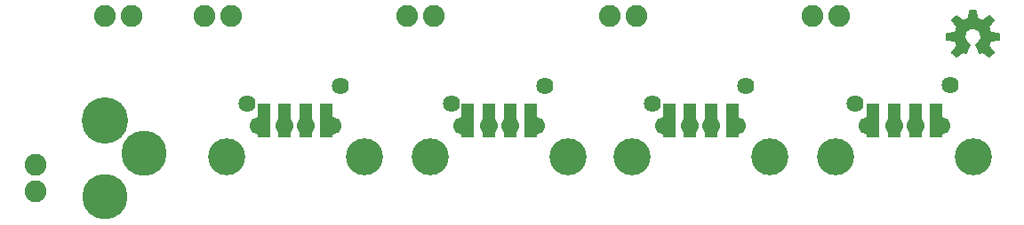
<source format=gbs>
G75*
G70*
%OFA0B0*%
%FSLAX24Y24*%
%IPPOS*%
%LPD*%
%AMOC8*
5,1,8,0,0,1.08239X$1,22.5*
%
%ADD10R,0.0450X0.1300*%
%ADD11C,0.1390*%
%ADD12C,0.1740*%
%ADD13C,0.1700*%
%ADD14C,0.0059*%
%ADD15C,0.0820*%
%ADD16C,0.0640*%
%ADD17C,0.0671*%
D10*
X010125Y005960D03*
X010905Y005960D03*
X011695Y005960D03*
X012475Y005970D03*
X017775Y005960D03*
X018555Y005960D03*
X019345Y005960D03*
X020135Y005960D03*
X025325Y005960D03*
X026105Y005960D03*
X026895Y005960D03*
X027685Y005960D03*
X032975Y005960D03*
X033755Y005960D03*
X034545Y005960D03*
X035335Y005960D03*
D11*
X036735Y004600D03*
X031565Y004600D03*
X029085Y004600D03*
X023915Y004600D03*
X021535Y004600D03*
X016365Y004600D03*
X013885Y004600D03*
X008715Y004600D03*
D12*
X004150Y005964D03*
D13*
X004160Y003081D03*
X005631Y004713D03*
D14*
X035733Y009001D02*
X035733Y009241D01*
X036050Y009273D01*
X036084Y009380D01*
X036136Y009480D01*
X035934Y009727D01*
X036103Y009897D01*
X036351Y009695D01*
X036451Y009746D01*
X036557Y009781D01*
X036589Y010098D01*
X036829Y010098D01*
X036862Y009781D01*
X036968Y009746D01*
X037068Y009695D01*
X037315Y009897D01*
X037485Y009727D01*
X037283Y009480D01*
X037335Y009380D01*
X037369Y009273D01*
X037686Y009241D01*
X037686Y009001D01*
X037369Y008969D01*
X037335Y008862D01*
X037283Y008763D01*
X037485Y008515D01*
X037315Y008346D01*
X037068Y008547D01*
X036968Y008496D01*
X036827Y008837D01*
X036880Y008866D01*
X036927Y008904D01*
X036965Y008950D01*
X036994Y009004D01*
X037011Y009061D01*
X037017Y009121D01*
X037011Y009184D01*
X036991Y009244D01*
X036960Y009299D01*
X036919Y009347D01*
X036868Y009385D01*
X036811Y009412D01*
X036750Y009426D01*
X036686Y009428D01*
X036624Y009417D01*
X036566Y009393D01*
X036513Y009358D01*
X036469Y009313D01*
X036435Y009260D01*
X036412Y009201D01*
X036402Y009139D01*
X036405Y009075D01*
X036421Y009014D01*
X036449Y008958D01*
X036488Y008908D01*
X036536Y008867D01*
X036592Y008837D01*
X036450Y008496D01*
X036351Y008547D01*
X036103Y008346D01*
X035934Y008515D01*
X036136Y008763D01*
X036084Y008862D01*
X036050Y008969D01*
X035733Y009001D01*
X035733Y009030D02*
X036417Y009030D01*
X036405Y009088D02*
X035733Y009088D01*
X035733Y009146D02*
X036403Y009146D01*
X036413Y009203D02*
X035733Y009203D01*
X035924Y009261D02*
X036435Y009261D01*
X036474Y009318D02*
X036064Y009318D01*
X036083Y009376D02*
X036540Y009376D01*
X036880Y009376D02*
X037336Y009376D01*
X037354Y009318D02*
X036944Y009318D01*
X036982Y009261D02*
X037495Y009261D01*
X037686Y009203D02*
X037005Y009203D01*
X037015Y009146D02*
X037686Y009146D01*
X037686Y009088D02*
X037014Y009088D01*
X037002Y009030D02*
X037686Y009030D01*
X037406Y008973D02*
X036977Y008973D01*
X036936Y008915D02*
X037352Y008915D01*
X037332Y008858D02*
X036866Y008858D01*
X036842Y008800D02*
X037303Y008800D01*
X037300Y008743D02*
X036866Y008743D01*
X036890Y008685D02*
X037347Y008685D01*
X037394Y008628D02*
X036914Y008628D01*
X036938Y008570D02*
X037440Y008570D01*
X037482Y008512D02*
X037111Y008512D01*
X037182Y008455D02*
X037425Y008455D01*
X037367Y008397D02*
X037252Y008397D01*
X037000Y008512D02*
X036962Y008512D01*
X036481Y008570D02*
X035978Y008570D01*
X035937Y008512D02*
X036308Y008512D01*
X036237Y008455D02*
X035994Y008455D01*
X036052Y008397D02*
X036167Y008397D01*
X036419Y008512D02*
X036457Y008512D01*
X036505Y008628D02*
X036025Y008628D01*
X036072Y008685D02*
X036529Y008685D01*
X036553Y008743D02*
X036119Y008743D01*
X036116Y008800D02*
X036576Y008800D01*
X036554Y008858D02*
X036087Y008858D01*
X036067Y008915D02*
X036482Y008915D01*
X036441Y008973D02*
X036013Y008973D01*
X036112Y009433D02*
X037307Y009433D01*
X037292Y009491D02*
X036127Y009491D01*
X036080Y009548D02*
X037339Y009548D01*
X037386Y009606D02*
X036033Y009606D01*
X035986Y009664D02*
X037433Y009664D01*
X037480Y009721D02*
X037100Y009721D01*
X037018Y009721D02*
X036401Y009721D01*
X036319Y009721D02*
X035939Y009721D01*
X035985Y009779D02*
X036248Y009779D01*
X036178Y009836D02*
X036043Y009836D01*
X036100Y009894D02*
X036107Y009894D01*
X036551Y009779D02*
X036868Y009779D01*
X036856Y009836D02*
X036563Y009836D01*
X036569Y009894D02*
X036850Y009894D01*
X036844Y009951D02*
X036575Y009951D01*
X036580Y010009D02*
X036838Y010009D01*
X036833Y010066D02*
X036586Y010066D01*
X037241Y009836D02*
X037376Y009836D01*
X037434Y009779D02*
X037170Y009779D01*
X037312Y009894D02*
X037319Y009894D01*
D15*
X031700Y009900D03*
X030700Y009900D03*
X024100Y009900D03*
X023100Y009900D03*
X016500Y009900D03*
X015500Y009900D03*
X008900Y009900D03*
X007900Y009900D03*
X005170Y009880D03*
X004170Y009880D03*
X001550Y004300D03*
X001550Y003300D03*
D16*
X009500Y006600D03*
X013000Y007250D03*
X017150Y006600D03*
X020650Y007250D03*
X024700Y006600D03*
X028200Y007250D03*
X032300Y006600D03*
X035850Y007300D03*
D17*
X035527Y005760D03*
X034550Y005760D03*
X033750Y005760D03*
X032774Y005760D03*
X027874Y005760D03*
X026897Y005760D03*
X026097Y005760D03*
X025120Y005760D03*
X020326Y005760D03*
X019350Y005760D03*
X019350Y005760D03*
X018550Y005760D03*
X018550Y005760D03*
X017573Y005760D03*
X012677Y005760D03*
X011700Y005760D03*
X010900Y005760D03*
X009923Y005760D03*
M02*

</source>
